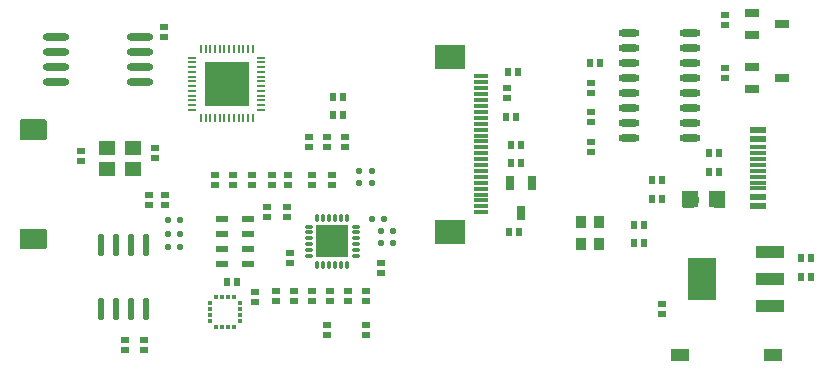
<source format=gtp>
G04*
G04 #@! TF.GenerationSoftware,Altium Limited,Altium Designer,21.8.1 (53)*
G04*
G04 Layer_Color=8421504*
%FSLAX24Y24*%
%MOIN*%
G70*
G04*
G04 #@! TF.SameCoordinates,E0417417-2892-4B46-94DD-8EEE6E3CFD50*
G04*
G04*
G04 #@! TF.FilePolarity,Positive*
G04*
G01*
G75*
%ADD24O,0.0709X0.0236*%
G04:AMPARAMS|DCode=25|XSize=20mil|YSize=20mil|CornerRadius=5mil|HoleSize=0mil|Usage=FLASHONLY|Rotation=90.000|XOffset=0mil|YOffset=0mil|HoleType=Round|Shape=RoundedRectangle|*
%AMROUNDEDRECTD25*
21,1,0.0200,0.0100,0,0,90.0*
21,1,0.0100,0.0200,0,0,90.0*
1,1,0.0100,0.0050,0.0050*
1,1,0.0100,0.0050,-0.0050*
1,1,0.0100,-0.0050,-0.0050*
1,1,0.0100,-0.0050,0.0050*
%
%ADD25ROUNDEDRECTD25*%
%ADD26R,0.0256X0.0236*%
%ADD27R,0.0893X0.0673*%
%ADD28O,0.0224X0.0768*%
%ADD29R,0.0433X0.0236*%
%ADD30R,0.0236X0.0256*%
%ADD31R,0.0177X0.0118*%
%ADD32R,0.0118X0.0177*%
%ADD33R,0.1055X0.1055*%
%ADD34O,0.0276X0.0110*%
%ADD35O,0.0110X0.0276*%
%ADD36R,0.0551X0.0472*%
%ADD37R,0.1496X0.1496*%
%ADD38R,0.0262X0.0079*%
%ADD39R,0.0079X0.0262*%
G04:AMPARAMS|DCode=40|XSize=20mil|YSize=20mil|CornerRadius=5mil|HoleSize=0mil|Usage=FLASHONLY|Rotation=180.000|XOffset=0mil|YOffset=0mil|HoleType=Round|Shape=RoundedRectangle|*
%AMROUNDEDRECTD40*
21,1,0.0200,0.0100,0,0,180.0*
21,1,0.0100,0.0200,0,0,180.0*
1,1,0.0100,-0.0050,0.0050*
1,1,0.0100,0.0050,0.0050*
1,1,0.0100,0.0050,-0.0050*
1,1,0.0100,-0.0050,-0.0050*
%
%ADD40ROUNDEDRECTD40*%
%ADD41R,0.0366X0.0386*%
%ADD42R,0.0984X0.0787*%
%ADD43R,0.0492X0.0118*%
%ADD44R,0.0276X0.0492*%
%ADD45R,0.0591X0.0394*%
%ADD46R,0.0921X0.1417*%
%ADD47R,0.0921X0.0386*%
%ADD48R,0.0526X0.0574*%
%ADD49R,0.0492X0.0276*%
%ADD50R,0.0571X0.0236*%
%ADD51R,0.0571X0.0118*%
%ADD52O,0.0886X0.0248*%
G36*
X543Y5464D02*
X759D01*
X798Y5424D01*
Y5274D01*
X838Y5235D01*
X1062D01*
X1102Y5274D01*
Y5424D01*
X1141Y5464D01*
X1357D01*
X1396Y5424D01*
Y4830D01*
X1357Y4791D01*
X543D01*
X504Y4830D01*
Y5424D01*
X543Y5464D01*
D02*
G37*
G36*
Y8436D02*
X759D01*
X798Y8476D01*
Y8626D01*
X838Y8665D01*
X1062D01*
X1102Y8626D01*
Y8476D01*
X1141Y8436D01*
X1357D01*
X1396Y8476D01*
Y9070D01*
X1357Y9109D01*
X543D01*
X504Y9070D01*
Y8476D01*
X543Y8436D01*
D02*
G37*
G36*
X23132Y6542D02*
Y6358D01*
X22953Y6163D01*
X22627D01*
X22587Y6202D01*
Y6698D01*
X22627Y6737D01*
X22953D01*
X23132Y6542D01*
D02*
G37*
G36*
X23468D02*
Y6358D01*
X23647Y6163D01*
X23973D01*
X24013Y6202D01*
Y6698D01*
X23973Y6737D01*
X23647D01*
X23468Y6542D01*
D02*
G37*
D24*
X22847Y8500D02*
D03*
X22847Y9000D02*
D03*
X22847Y9500D02*
D03*
Y10000D02*
D03*
X22847Y10500D02*
D03*
X22847Y11000D02*
D03*
X22847Y11500D02*
D03*
X22847Y12000D02*
D03*
X20800Y8500D02*
D03*
X20800Y9000D02*
D03*
X20800Y9500D02*
D03*
Y10000D02*
D03*
Y10500D02*
D03*
Y11000D02*
D03*
X20800Y11500D02*
D03*
X20800Y12000D02*
D03*
D25*
X5450Y5750D02*
D03*
X5850D02*
D03*
X5450Y4850D02*
D03*
X5850D02*
D03*
X5450Y5300D02*
D03*
X5850D02*
D03*
X12550Y5000D02*
D03*
X12950D02*
D03*
X12550Y5400D02*
D03*
X12950D02*
D03*
X12250Y5800D02*
D03*
X12650D02*
D03*
D26*
X9500Y4333D02*
D03*
Y4667D02*
D03*
X8750Y5865D02*
D03*
Y6200D02*
D03*
X4000Y1750D02*
D03*
Y1415D02*
D03*
X4650Y1750D02*
D03*
Y1415D02*
D03*
X8350Y3033D02*
D03*
Y3367D02*
D03*
X9050Y3400D02*
D03*
Y3065D02*
D03*
X9650Y3400D02*
D03*
Y3065D02*
D03*
X10250D02*
D03*
Y3400D02*
D03*
X12050Y2250D02*
D03*
Y1915D02*
D03*
X10750D02*
D03*
Y2250D02*
D03*
X10850Y3065D02*
D03*
Y3400D02*
D03*
X11450Y3065D02*
D03*
Y3400D02*
D03*
X12050Y3065D02*
D03*
Y3400D02*
D03*
X9400Y5865D02*
D03*
Y6200D02*
D03*
X4800Y6600D02*
D03*
Y6265D02*
D03*
X5350Y6600D02*
D03*
Y6265D02*
D03*
X2550Y8050D02*
D03*
Y7715D02*
D03*
X5000Y7815D02*
D03*
Y8150D02*
D03*
X5300Y12200D02*
D03*
Y11865D02*
D03*
X7000Y6915D02*
D03*
Y7250D02*
D03*
X7600Y6915D02*
D03*
Y7250D02*
D03*
X8250Y7250D02*
D03*
X8250Y6915D02*
D03*
X8900Y6915D02*
D03*
X8900Y7250D02*
D03*
X9450D02*
D03*
Y6915D02*
D03*
X10250D02*
D03*
Y7250D02*
D03*
X10900Y6915D02*
D03*
Y7250D02*
D03*
X12550Y4317D02*
D03*
Y3983D02*
D03*
X10150Y8183D02*
D03*
Y8517D02*
D03*
X10750Y8183D02*
D03*
Y8517D02*
D03*
X11350Y8183D02*
D03*
Y8517D02*
D03*
X16750Y10150D02*
D03*
Y9815D02*
D03*
X19550Y8367D02*
D03*
Y8033D02*
D03*
X19550Y9015D02*
D03*
Y9350D02*
D03*
Y10000D02*
D03*
Y10335D02*
D03*
X21900Y2950D02*
D03*
Y2615D02*
D03*
X24000Y12250D02*
D03*
Y12585D02*
D03*
X24000Y10817D02*
D03*
Y10483D02*
D03*
D27*
X950Y8773D02*
D03*
Y5127D02*
D03*
D28*
X4700Y4915D02*
D03*
X4200D02*
D03*
X3700D02*
D03*
X3200D02*
D03*
X4700Y2785D02*
D03*
X4200D02*
D03*
X3700D02*
D03*
X3200D02*
D03*
D29*
X8116Y5784D02*
D03*
Y5292D02*
D03*
Y4800D02*
D03*
Y4308D02*
D03*
X7250D02*
D03*
Y4800D02*
D03*
Y5292D02*
D03*
Y5784D02*
D03*
D30*
X7415Y3700D02*
D03*
X7750D02*
D03*
X10933Y9250D02*
D03*
X11267D02*
D03*
X11267Y9850D02*
D03*
X10933D02*
D03*
X20983Y5000D02*
D03*
X21317D02*
D03*
X20983Y5600D02*
D03*
X21317D02*
D03*
X16815Y5350D02*
D03*
X17150D02*
D03*
X16865Y7650D02*
D03*
X17200D02*
D03*
X16865Y8250D02*
D03*
X17200D02*
D03*
X16715Y9200D02*
D03*
X17050D02*
D03*
X17100Y10700D02*
D03*
X16765D02*
D03*
X19850Y11000D02*
D03*
X19515D02*
D03*
X26550Y3850D02*
D03*
X26885D02*
D03*
X26885Y4500D02*
D03*
X26550Y4500D02*
D03*
X21917Y7100D02*
D03*
X21583D02*
D03*
X21917Y6450D02*
D03*
X21583D02*
D03*
X23465Y7350D02*
D03*
X23800D02*
D03*
X23465Y8000D02*
D03*
X23800D02*
D03*
D31*
X6848Y2405D02*
D03*
Y2602D02*
D03*
Y2799D02*
D03*
X6848Y2996D02*
D03*
X7852D02*
D03*
X7852Y2799D02*
D03*
Y2602D02*
D03*
Y2405D02*
D03*
D32*
X7055Y3202D02*
D03*
X7252Y3202D02*
D03*
X7448D02*
D03*
X7645Y3202D02*
D03*
X7646Y2198D02*
D03*
X7449Y2198D02*
D03*
X7252D02*
D03*
X7055D02*
D03*
D33*
X10913Y5048D02*
D03*
D34*
X11700Y5541D02*
D03*
Y5344D02*
D03*
Y5147D02*
D03*
X11700Y4950D02*
D03*
Y4753D02*
D03*
Y4556D02*
D03*
X10125D02*
D03*
Y4753D02*
D03*
Y4950D02*
D03*
Y5147D02*
D03*
Y5344D02*
D03*
Y5541D02*
D03*
D35*
X11405Y4261D02*
D03*
X11208D02*
D03*
X11011D02*
D03*
X10814D02*
D03*
X10617D02*
D03*
X10420D02*
D03*
Y5836D02*
D03*
X10617D02*
D03*
X10814D02*
D03*
X11011Y5836D02*
D03*
X11208D02*
D03*
X11405D02*
D03*
D36*
X3417Y8145D02*
D03*
X4283Y8145D02*
D03*
X4283Y7456D02*
D03*
X3417D02*
D03*
D37*
X7400Y10300D02*
D03*
D38*
X8545Y9434D02*
D03*
X8545Y9591D02*
D03*
Y9749D02*
D03*
Y9906D02*
D03*
Y10064D02*
D03*
X8545Y10221D02*
D03*
X8545Y10379D02*
D03*
Y10536D02*
D03*
Y10694D02*
D03*
Y10851D02*
D03*
Y11009D02*
D03*
X8545Y11166D02*
D03*
X6255Y11166D02*
D03*
Y11009D02*
D03*
Y10851D02*
D03*
Y10694D02*
D03*
Y10536D02*
D03*
Y10379D02*
D03*
Y10221D02*
D03*
Y10064D02*
D03*
Y9906D02*
D03*
Y9749D02*
D03*
Y9591D02*
D03*
Y9434D02*
D03*
D39*
X8266Y11445D02*
D03*
X8109Y11445D02*
D03*
X7951D02*
D03*
X7794D02*
D03*
X7636D02*
D03*
X7479D02*
D03*
X7321Y11445D02*
D03*
X7164Y11445D02*
D03*
X7006D02*
D03*
X6849D02*
D03*
X6691D02*
D03*
X6534Y11445D02*
D03*
X6534Y9155D02*
D03*
X6691D02*
D03*
X6849D02*
D03*
X7006D02*
D03*
X7164D02*
D03*
X7321D02*
D03*
X7479D02*
D03*
X7636D02*
D03*
X7794D02*
D03*
X7951D02*
D03*
X8109D02*
D03*
X8266D02*
D03*
D40*
X11800Y7000D02*
D03*
Y7400D02*
D03*
X12250Y7400D02*
D03*
Y7000D02*
D03*
D41*
X19194Y4950D02*
D03*
X19800D02*
D03*
Y5700D02*
D03*
X19194D02*
D03*
D42*
X14850Y5350D02*
D03*
X14850Y11208D02*
D03*
D43*
X15864Y6015D02*
D03*
Y6212D02*
D03*
Y6409D02*
D03*
Y6606D02*
D03*
X15864Y6803D02*
D03*
Y7000D02*
D03*
Y7196D02*
D03*
Y7393D02*
D03*
Y7590D02*
D03*
Y7787D02*
D03*
Y7984D02*
D03*
Y8181D02*
D03*
Y8378D02*
D03*
Y8574D02*
D03*
Y8771D02*
D03*
Y8968D02*
D03*
Y9165D02*
D03*
Y9362D02*
D03*
Y9559D02*
D03*
Y9756D02*
D03*
Y9952D02*
D03*
Y10149D02*
D03*
Y10346D02*
D03*
Y10543D02*
D03*
D44*
X17200Y6008D02*
D03*
X16826Y6992D02*
D03*
X17574D02*
D03*
D45*
X25605Y1250D02*
D03*
X22495D02*
D03*
D46*
X23251Y3790D02*
D03*
D47*
X25510Y4696D02*
D03*
Y3790D02*
D03*
Y2885D02*
D03*
D48*
X22850Y6450D02*
D03*
X23750D02*
D03*
D49*
X24908Y12674D02*
D03*
X24908Y11926D02*
D03*
X25892Y12300D02*
D03*
X24908Y10874D02*
D03*
Y10126D02*
D03*
X25892Y10500D02*
D03*
D50*
X25097Y8768D02*
D03*
Y8465D02*
D03*
Y6535D02*
D03*
Y6230D02*
D03*
D51*
Y8189D02*
D03*
Y7992D02*
D03*
Y7795D02*
D03*
Y7598D02*
D03*
Y7402D02*
D03*
Y7205D02*
D03*
X25103Y7004D02*
D03*
X25097Y6811D02*
D03*
D52*
X1720Y11850D02*
D03*
Y11350D02*
D03*
Y10850D02*
D03*
Y10350D02*
D03*
X4500Y11850D02*
D03*
Y11350D02*
D03*
Y10850D02*
D03*
Y10350D02*
D03*
M02*

</source>
